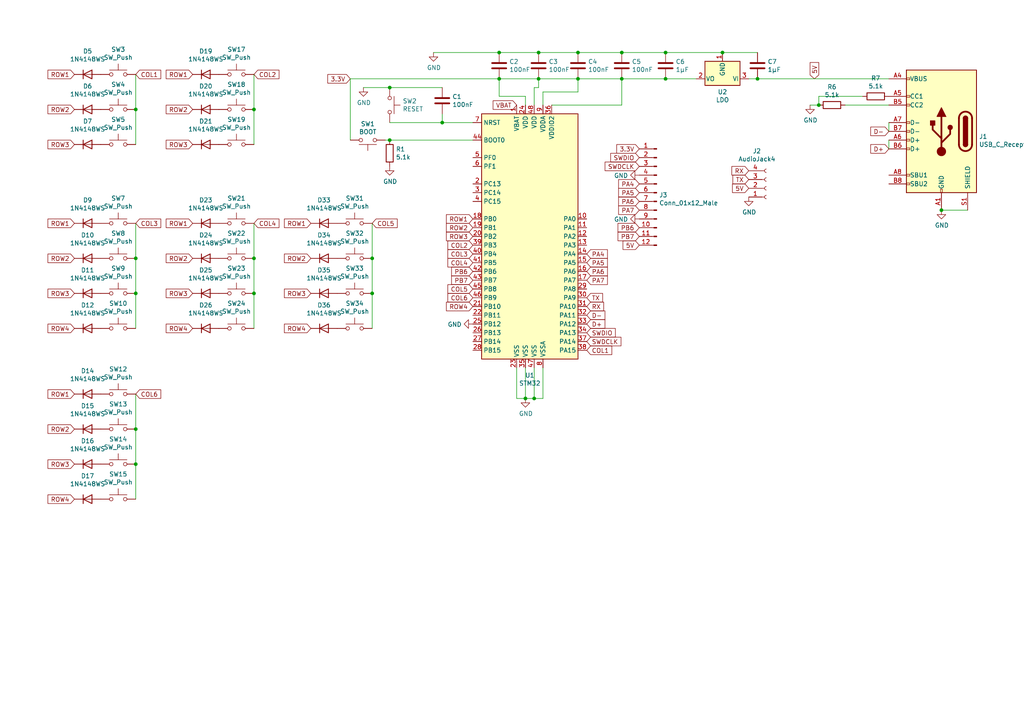
<source format=kicad_sch>
(kicad_sch (version 20211123) (generator eeschema)
  (paper "A4")
  (lib_symbols
    (symbol "Connector:Conn_01x04_Female" (pin_names (offset 1.016) hide)
      (property "Reference" "J" (at 0 5.08 0))
      (property "Value" "Conn_01x04_Female" (at 0 -7.62 0))
      (symbol "Conn_01x04_Female_1_1"
        (arc (start 0 -4.572) (mid -0.508 -5.08) (end 0 -5.588) (stroke (width 0.1524)))
        (arc (start 0 -2.032) (mid -0.508 -2.54) (end 0 -3.048) (stroke (width 0.1524)))
        (polyline (pts (xy -1.27 -5.08) (xy -0.508 -5.08)) (stroke (width 0.1524)))
        (polyline (pts (xy -1.27 -2.54) (xy -0.508 -2.54)) (stroke (width 0.1524)))
        (polyline (pts (xy -1.27 0) (xy -0.508 0)) (stroke (width 0.1524)))
        (polyline (pts (xy -1.27 2.54) (xy -0.508 2.54)) (stroke (width 0.1524)))
        (arc (start 0 0.508) (mid -0.508 0) (end 0 -0.508) (stroke (width 0.1524)))
        (arc (start 0 3.048) (mid -0.508 2.54) (end 0 2.032) (stroke (width 0.1524)))
        (pin passive line (at -5.08 2.54 0) (length 3.81) (name "Pin_1") (number "1"))
        (pin passive line (at -5.08 0 0) (length 3.81) (name "Pin_2") (number "2"))
        (pin passive line (at -5.08 -2.54 0) (length 3.81) (name "Pin_3") (number "3"))
        (pin passive line (at -5.08 -5.08 0) (length 3.81) (name "Pin_4") (number "4"))
      )
    )
    (symbol "Connector:Conn_01x12_Male" (pin_names (offset 1.016) hide)
      (property "Reference" "J" (at 0 15.24 0))
      (property "Value" "Conn_01x12_Male" (at 0 -17.78 0))
      (symbol "Conn_01x12_Male_1_1"
        (polyline (pts (xy 1.27 -15.24) (xy 0.8636 -15.24)) (stroke (width 0.1524)))
        (polyline (pts (xy 1.27 -12.7) (xy 0.8636 -12.7)) (stroke (width 0.1524)))
        (polyline (pts (xy 1.27 -10.16) (xy 0.8636 -10.16)) (stroke (width 0.1524)))
        (polyline (pts (xy 1.27 -7.62) (xy 0.8636 -7.62)) (stroke (width 0.1524)))
        (polyline (pts (xy 1.27 -5.08) (xy 0.8636 -5.08)) (stroke (width 0.1524)))
        (polyline (pts (xy 1.27 -2.54) (xy 0.8636 -2.54)) (stroke (width 0.1524)))
        (polyline (pts (xy 1.27 0) (xy 0.8636 0)) (stroke (width 0.1524)))
        (polyline (pts (xy 1.27 2.54) (xy 0.8636 2.54)) (stroke (width 0.1524)))
        (polyline (pts (xy 1.27 5.08) (xy 0.8636 5.08)) (stroke (width 0.1524)))
        (polyline (pts (xy 1.27 7.62) (xy 0.8636 7.62)) (stroke (width 0.1524)))
        (polyline (pts (xy 1.27 10.16) (xy 0.8636 10.16)) (stroke (width 0.1524)))
        (polyline (pts (xy 1.27 12.7) (xy 0.8636 12.7)) (stroke (width 0.1524)))
        (rectangle (start 0.8636 -15.113) (end 0 -15.367) (stroke (width 0.1524)) (fill (type outline)))
        (rectangle (start 0.8636 -12.573) (end 0 -12.827) (stroke (width 0.1524)) (fill (type outline)))
        (rectangle (start 0.8636 -10.033) (end 0 -10.287) (stroke (width 0.1524)) (fill (type outline)))
        (rectangle (start 0.8636 -7.493) (end 0 -7.747) (stroke (width 0.1524)) (fill (type outline)))
        (rectangle (start 0.8636 -4.953) (end 0 -5.207) (stroke (width 0.1524)) (fill (type outline)))
        (rectangle (start 0.8636 -2.413) (end 0 -2.667) (stroke (width 0.1524)) (fill (type outline)))
        (rectangle (start 0.8636 0.127) (end 0 -0.127) (stroke (width 0.1524)) (fill (type outline)))
        (rectangle (start 0.8636 2.667) (end 0 2.413) (stroke (width 0.1524)) (fill (type outline)))
        (rectangle (start 0.8636 5.207) (end 0 4.953) (stroke (width 0.1524)) (fill (type outline)))
        (rectangle (start 0.8636 7.747) (end 0 7.493) (stroke (width 0.1524)) (fill (type outline)))
        (rectangle (start 0.8636 10.287) (end 0 10.033) (stroke (width 0.1524)) (fill (type outline)))
        (rectangle (start 0.8636 12.827) (end 0 12.573) (stroke (width 0.1524)) (fill (type outline)))
        (pin passive line (at 5.08 12.7 180) (length 3.81) (name "Pin_1") (number "1"))
        (pin passive line (at 5.08 -10.16 180) (length 3.81) (name "Pin_10") (number "10"))
        (pin passive line (at 5.08 -12.7 180) (length 3.81) (name "Pin_11") (number "11"))
        (pin passive line (at 5.08 -15.24 180) (length 3.81) (name "Pin_12") (number "12"))
        (pin passive line (at 5.08 10.16 180) (length 3.81) (name "Pin_2") (number "2"))
        (pin passive line (at 5.08 7.62 180) (length 3.81) (name "Pin_3") (number "3"))
        (pin passive line (at 5.08 5.08 180) (length 3.81) (name "Pin_4") (number "4"))
        (pin passive line (at 5.08 2.54 180) (length 3.81) (name "Pin_5") (number "5"))
        (pin passive line (at 5.08 0 180) (length 3.81) (name "Pin_6") (number "6"))
        (pin passive line (at 5.08 -2.54 180) (length 3.81) (name "Pin_7") (number "7"))
        (pin passive line (at 5.08 -5.08 180) (length 3.81) (name "Pin_8") (number "8"))
        (pin passive line (at 5.08 -7.62 180) (length 3.81) (name "Pin_9") (number "9"))
      )
    )
    (symbol "Device:C" (pin_numbers hide) (pin_names (offset 0.254))
      (property "Reference" "C" (at 0.635 2.54 0))
      (property "Value" "C" (at 0.635 -2.54 0))
      (symbol "C_0_1"
        (polyline (pts (xy -2.032 -0.762) (xy 2.032 -0.762)) (stroke (width 0.508)))
        (polyline (pts (xy -2.032 0.762) (xy 2.032 0.762)) (stroke (width 0.508)))
      )
      (symbol "C_1_1"
        (pin passive line (at 0 3.81 270) (length 2.794) (name "~") (number "1"))
        (pin passive line (at 0 -3.81 90) (length 2.794) (name "~") (number "2"))
      )
    )
    (symbol "Device:R" (pin_numbers hide) (pin_names (offset 0))
      (property "Reference" "R" (at 2.032 0 90))
      (property "Value" "R" (at 0 0 90))
      (symbol "R_0_1"
        (rectangle (start -1.016 -2.54) (end 1.016 2.54) (stroke (width 0.254)))
      )
      (symbol "R_1_1"
        (pin passive line (at 0 3.81 270) (length 1.27) (name "~") (number "1"))
        (pin passive line (at 0 -3.81 90) (length 1.27) (name "~") (number "2"))
      )
    )
    (symbol "Diode:1N4148WS" (pin_numbers hide) (pin_names (offset 1.016) hide)
      (property "Reference" "D" (at 0 2.54 0))
      (property "Value" "1N4148WS" (at 0 -2.54 0))
      (symbol "1N4148WS_0_1"
        (polyline (pts (xy -1.27 1.27) (xy -1.27 -1.27)) (stroke (width 0.254)))
        (polyline (pts (xy 1.27 0) (xy -1.27 0)))
        (polyline (pts (xy 1.27 1.27) (xy 1.27 -1.27) (xy -1.27 0) (xy 1.27 1.27)) (stroke (width 0.254)))
      )
      (symbol "1N4148WS_1_1"
        (pin passive line (at -3.81 0 0) (length 2.54) (name "K") (number "1"))
        (pin passive line (at 3.81 0 180) (length 2.54) (name "A") (number "2"))
      )
    )
    (symbol "MCU_ST_STM32F0:STM32F072CBTx"
      (property "Reference" "U" (at -15.24 36.83 0))
      (property "Value" "STM32F072CBTx" (at 7.62 36.83 0))
      (symbol "STM32F072CBTx_0_1"
        (rectangle (start -15.24 -35.56) (end 12.7 35.56) (stroke (width 0.254)) (fill (type background)))
      )
      (symbol "STM32F072CBTx_1_1"
        (pin power_in line (at -5.08 38.1 270) (length 2.54) (name "VBAT") (number "1"))
        (pin bidirectional line (at 15.24 5.08 180) (length 2.54) (name "PA0") (number "10"))
        (pin bidirectional line (at 15.24 2.54 180) (length 2.54) (name "PA1") (number "11"))
        (pin bidirectional line (at 15.24 0 180) (length 2.54) (name "PA2") (number "12"))
        (pin bidirectional line (at 15.24 -2.54 180) (length 2.54) (name "PA3") (number "13"))
        (pin bidirectional line (at 15.24 -5.08 180) (length 2.54) (name "PA4") (number "14"))
        (pin bidirectional line (at 15.24 -7.62 180) (length 2.54) (name "PA5") (number "15"))
        (pin bidirectional line (at 15.24 -10.16 180) (length 2.54) (name "PA6") (number "16"))
        (pin bidirectional line (at 15.24 -12.7 180) (length 2.54) (name "PA7") (number "17"))
        (pin bidirectional line (at -17.78 5.08 0) (length 2.54) (name "PB0") (number "18"))
        (pin bidirectional line (at -17.78 2.54 0) (length 2.54) (name "PB1") (number "19"))
        (pin bidirectional line (at -17.78 15.24 0) (length 2.54) (name "PC13") (number "2"))
        (pin bidirectional line (at -17.78 0 0) (length 2.54) (name "PB2") (number "20"))
        (pin bidirectional line (at -17.78 -20.32 0) (length 2.54) (name "PB10") (number "21"))
        (pin bidirectional line (at -17.78 -22.86 0) (length 2.54) (name "PB11") (number "22"))
        (pin power_in line (at -5.08 -38.1 90) (length 2.54) (name "VSS") (number "23"))
        (pin power_in line (at -2.54 38.1 270) (length 2.54) (name "VDD") (number "24"))
        (pin bidirectional line (at -17.78 -25.4 0) (length 2.54) (name "PB12") (number "25"))
        (pin bidirectional line (at -17.78 -27.94 0) (length 2.54) (name "PB13") (number "26"))
        (pin bidirectional line (at -17.78 -30.48 0) (length 2.54) (name "PB14") (number "27"))
        (pin bidirectional line (at -17.78 -33.02 0) (length 2.54) (name "PB15") (number "28"))
        (pin bidirectional line (at 15.24 -15.24 180) (length 2.54) (name "PA8") (number "29"))
        (pin bidirectional line (at -17.78 12.7 0) (length 2.54) (name "PC14") (number "3"))
        (pin bidirectional line (at 15.24 -17.78 180) (length 2.54) (name "PA9") (number "30"))
        (pin bidirectional line (at 15.24 -20.32 180) (length 2.54) (name "PA10") (number "31"))
        (pin bidirectional line (at 15.24 -22.86 180) (length 2.54) (name "PA11") (number "32"))
        (pin bidirectional line (at 15.24 -25.4 180) (length 2.54) (name "PA12") (number "33"))
        (pin bidirectional line (at 15.24 -27.94 180) (length 2.54) (name "PA13") (number "34"))
        (pin power_in line (at -2.54 -38.1 90) (length 2.54) (name "VSS") (number "35"))
        (pin power_in line (at 5.08 38.1 270) (length 2.54) (name "VDDIO2") (number "36"))
        (pin bidirectional line (at 15.24 -30.48 180) (length 2.54) (name "PA14") (number "37"))
        (pin bidirectional line (at 15.24 -33.02 180) (length 2.54) (name "PA15") (number "38"))
        (pin bidirectional line (at -17.78 -2.54 0) (length 2.54) (name "PB3") (number "39"))
        (pin bidirectional line (at -17.78 10.16 0) (length 2.54) (name "PC15") (number "4"))
        (pin bidirectional line (at -17.78 -5.08 0) (length 2.54) (name "PB4") (number "40"))
        (pin bidirectional line (at -17.78 -7.62 0) (length 2.54) (name "PB5") (number "41"))
        (pin bidirectional line (at -17.78 -10.16 0) (length 2.54) (name "PB6") (number "42"))
        (pin bidirectional line (at -17.78 -12.7 0) (length 2.54) (name "PB7") (number "43"))
        (pin input line (at -17.78 27.94 0) (length 2.54) (name "BOOT0") (number "44"))
        (pin bidirectional line (at -17.78 -15.24 0) (length 2.54) (name "PB8") (number "45"))
        (pin bidirectional line (at -17.78 -17.78 0) (length 2.54) (name "PB9") (number "46"))
        (pin power_in line (at 0 -38.1 90) (length 2.54) (name "VSS") (number "47"))
        (pin power_in line (at 0 38.1 270) (length 2.54) (name "VDD") (number "48"))
        (pin input line (at -17.78 22.86 0) (length 2.54) (name "PF0") (number "5"))
        (pin input line (at -17.78 20.32 0) (length 2.54) (name "PF1") (number "6"))
        (pin input line (at -17.78 33.02 0) (length 2.54) (name "NRST") (number "7"))
        (pin power_in line (at 2.54 -38.1 90) (length 2.54) (name "VSSA") (number "8"))
        (pin power_in line (at 2.54 38.1 270) (length 2.54) (name "VDDA") (number "9"))
      )
    )
    (symbol "Regulator_Linear:MCP1703A-3302_SOT23" (pin_names (offset 0.254))
      (property "Reference" "U" (at -3.81 3.175 0))
      (property "Value" "MCP1703A-3302_SOT23" (at 0 3.175 0))
      (symbol "MCP1703A-3302_SOT23_0_1"
        (rectangle (start -5.08 -5.08) (end 5.08 1.905) (stroke (width 0.254)) (fill (type background)))
      )
      (symbol "MCP1703A-3302_SOT23_1_1"
        (pin power_in line (at 0 -7.62 90) (length 2.54) (name "GND") (number "1"))
        (pin power_out line (at 7.62 0 180) (length 2.54) (name "VO") (number "2"))
        (pin power_in line (at -7.62 0 0) (length 2.54) (name "VI") (number "3"))
      )
    )
    (symbol "Switch:SW_Push" (pin_numbers hide) (pin_names (offset 1.016) hide)
      (property "Reference" "SW" (at 1.27 2.54 0))
      (property "Value" "SW_Push" (at 0 -1.524 0))
      (symbol "SW_Push_0_1"
        (circle (center -2.032 0) (radius 0.508))
        (polyline (pts (xy 0 1.27) (xy 0 3.048)))
        (polyline (pts (xy 2.54 1.27) (xy -2.54 1.27)))
        (circle (center 2.032 0) (radius 0.508))
        (pin passive line (at -5.08 0 0) (length 2.54) (name "1") (number "1"))
        (pin passive line (at 5.08 0 180) (length 2.54) (name "2") (number "2"))
      )
    )
    (symbol "left-rescue:USB_C_Receptacle_USB2.0-Connector" (pin_names (offset 1.016))
      (property "Reference" "J" (at -10.16 19.05 0))
      (property "Value" "USB_C_Receptacle_USB2.0-Connector" (at 19.05 19.05 0))
      (symbol "USB_C_Receptacle_USB2.0-Connector_0_0"
        (rectangle (start -0.254 -17.78) (end 0.254 -16.764))
        (rectangle (start 10.16 -14.986) (end 9.144 -15.494))
        (rectangle (start 10.16 -12.446) (end 9.144 -12.954))
        (rectangle (start 10.16 -4.826) (end 9.144 -5.334))
        (rectangle (start 10.16 -2.286) (end 9.144 -2.794))
        (rectangle (start 10.16 0.254) (end 9.144 -0.254))
        (rectangle (start 10.16 2.794) (end 9.144 2.286))
        (rectangle (start 10.16 7.874) (end 9.144 7.366))
        (rectangle (start 10.16 10.414) (end 9.144 9.906))
        (rectangle (start 10.16 15.494) (end 9.144 14.986))
      )
      (symbol "USB_C_Receptacle_USB2.0-Connector_0_1"
        (rectangle (start -10.16 17.78) (end 10.16 -17.78) (stroke (width 0.254)) (fill (type background)))
        (arc (start -8.89 -3.81) (mid -6.985 -5.715) (end -5.08 -3.81) (stroke (width 0.508)))
        (arc (start -7.62 -3.81) (mid -6.985 -4.445) (end -6.35 -3.81) (stroke (width 0.254)))
        (arc (start -7.62 -3.81) (mid -6.985 -4.445) (end -6.35 -3.81) (stroke (width 0.254)) (fill (type outline)))
        (rectangle (start -7.62 -3.81) (end -6.35 3.81) (stroke (width 0.254)) (fill (type outline)))
        (arc (start -6.35 3.81) (mid -6.985 4.445) (end -7.62 3.81) (stroke (width 0.254)))
        (arc (start -6.35 3.81) (mid -6.985 4.445) (end -7.62 3.81) (stroke (width 0.254)) (fill (type outline)))
        (arc (start -5.08 3.81) (mid -6.985 5.715) (end -8.89 3.81) (stroke (width 0.508)))
        (circle (center -2.54 1.143) (radius 0.635) (stroke (width 0.254)) (fill (type outline)))
        (circle (center 0 -5.842) (radius 1.27) (fill (type outline)))
        (polyline (pts (xy -8.89 -3.81) (xy -8.89 3.81)) (stroke (width 0.508)))
        (polyline (pts (xy -5.08 3.81) (xy -5.08 -3.81)) (stroke (width 0.508)))
        (polyline (pts (xy 0 -5.842) (xy 0 4.318)) (stroke (width 0.508)))
        (polyline (pts (xy 0 -3.302) (xy -2.54 -0.762) (xy -2.54 0.508)) (stroke (width 0.508)))
        (polyline (pts (xy 0 -2.032) (xy 2.54 0.508) (xy 2.54 1.778)) (stroke (width 0.508)))
        (polyline (pts (xy -1.27 4.318) (xy 0 6.858) (xy 1.27 4.318) (xy -1.27 4.318)) (stroke (width 0.254)) (fill (type outline)))
        (rectangle (start 1.905 1.778) (end 3.175 3.048) (stroke (width 0.254)) (fill (type outline)))
      )
      (symbol "USB_C_Receptacle_USB2.0-Connector_1_1"
        (pin power_in line (at 0 -22.86 90) (length 5.08) (name "GND") (number "A1"))
        (pin passive line (at 0 -22.86 90) (length 5.08) hide (name "GND") (number "A12"))
        (pin power_in line (at 15.24 15.24 180) (length 5.08) (name "VBUS") (number "A4"))
        (pin bidirectional line (at 15.24 10.16 180) (length 5.08) (name "CC1") (number "A5"))
        (pin bidirectional line (at 15.24 -2.54 180) (length 5.08) (name "D+") (number "A6"))
        (pin bidirectional line (at 15.24 2.54 180) (length 5.08) (name "D-") (number "A7"))
        (pin bidirectional line (at 15.24 -12.7 180) (length 5.08) (name "SBU1") (number "A8"))
        (pin passive line (at 15.24 15.24 180) (length 5.08) hide (name "VBUS") (number "A9"))
        (pin passive line (at 0 -22.86 90) (length 5.08) hide (name "GND") (number "B1"))
        (pin passive line (at 0 -22.86 90) (length 5.08) hide (name "GND") (number "B12"))
        (pin passive line (at 15.24 15.24 180) (length 5.08) hide (name "VBUS") (number "B4"))
        (pin bidirectional line (at 15.24 7.62 180) (length 5.08) (name "CC2") (number "B5"))
        (pin bidirectional line (at 15.24 -5.08 180) (length 5.08) (name "D+") (number "B6"))
        (pin bidirectional line (at 15.24 0 180) (length 5.08) (name "D-") (number "B7"))
        (pin bidirectional line (at 15.24 -15.24 180) (length 5.08) (name "SBU2") (number "B8"))
        (pin passive line (at 15.24 15.24 180) (length 5.08) hide (name "VBUS") (number "B9"))
        (pin passive line (at -7.62 -22.86 90) (length 5.08) (name "SHIELD") (number "S1"))
      )
    )
    (symbol "power:GND" (power) (pin_names (offset 0))
      (property "Value" "GND" (at 0 -3.81 0))
      (symbol "GND_0_1"
        (polyline (pts (xy 0 0) (xy 0 -1.27) (xy 1.27 -1.27) (xy 0 -2.54) (xy -1.27 -1.27) (xy 0 -1.27)))
      )
      (symbol "GND_1_1"
        (pin power_in line (at 0 0 270) (length 0) hide (name "GND") (number "1"))
      )
    )
  )
  (junction (at 193.04 15.24))
  (junction (at 180.34 15.24))
  (junction (at 144.78 15.24))
  (junction (at 39.37 124.46))
  (junction (at 144.78 22.86))
  (junction (at 167.64 22.86))
  (junction (at 73.66 85.09))
  (junction (at 154.94 115.57))
  (junction (at 209.55 15.24))
  (junction (at 180.34 22.86))
  (junction (at 113.03 40.64))
  (junction (at 237.49 30.48))
  (junction (at 73.66 74.93))
  (junction (at 273.05 60.96))
  (junction (at 152.4 115.57))
  (junction (at 39.37 134.62))
  (junction (at 167.64 15.24))
  (junction (at 39.37 74.93))
  (junction (at 107.95 85.09))
  (junction (at 193.04 22.86))
  (junction (at 39.37 31.75))
  (junction (at 73.66 31.75))
  (junction (at 156.21 22.86))
  (junction (at 107.95 74.93))
  (junction (at 39.37 85.09))
  (junction (at 219.71 22.86))
  (junction (at 113.03 25.4))
  (junction (at 156.21 15.24))
  (junction (at 128.27 35.56))
  (wire (pts (xy 107.95 85.09) (xy 107.95 95.25)))
  (wire (pts (xy 156.21 22.86) (xy 167.64 22.86)))
  (wire (pts (xy 167.64 26.67) (xy 157.48 26.67)))
  (wire (pts (xy 167.64 22.86) (xy 180.34 22.86)))
  (wire (pts (xy 167.64 22.86) (xy 167.64 26.67)))
  (wire (pts (xy 128.27 35.56) (xy 128.27 33.02)))
  (wire (pts (xy 219.71 15.24) (xy 209.55 15.24)))
  (wire (pts (xy 157.48 26.67) (xy 157.48 30.48)))
  (wire (pts (xy 157.48 115.57) (xy 154.94 115.57)))
  (wire (pts (xy 193.04 22.86) (xy 201.93 22.86)))
  (wire (pts (xy 193.04 15.24) (xy 209.55 15.24)))
  (wire (pts (xy 39.37 64.77) (xy 39.37 74.93)))
  (wire (pts (xy 152.4 27.94) (xy 144.78 27.94)))
  (wire (pts (xy 149.86 115.57) (xy 152.4 115.57)))
  (wire (pts (xy 167.64 15.24) (xy 180.34 15.24)))
  (wire (pts (xy 154.94 25.4) (xy 156.21 25.4)))
  (wire (pts (xy 219.71 22.86) (xy 217.17 22.86)))
  (wire (pts (xy 39.37 74.93) (xy 39.37 85.09)))
  (wire (pts (xy 257.81 35.56) (xy 257.81 38.1)))
  (wire (pts (xy 160.02 30.48) (xy 180.34 30.48)))
  (wire (pts (xy 73.66 31.75) (xy 73.66 41.91)))
  (wire (pts (xy 137.16 35.56) (xy 128.27 35.56)))
  (wire (pts (xy 101.6 22.86) (xy 144.78 22.86)))
  (wire (pts (xy 73.66 85.09) (xy 73.66 95.25)))
  (wire (pts (xy 156.21 25.4) (xy 156.21 22.86)))
  (wire (pts (xy 107.95 74.93) (xy 107.95 85.09)))
  (wire (pts (xy 39.37 85.09) (xy 39.37 95.25)))
  (wire (pts (xy 39.37 134.62) (xy 39.37 144.78)))
  (wire (pts (xy 250.19 27.94) (xy 237.49 27.94)))
  (wire (pts (xy 234.95 30.48) (xy 237.49 30.48)))
  (wire (pts (xy 39.37 124.46) (xy 39.37 134.62)))
  (wire (pts (xy 156.21 15.24) (xy 167.64 15.24)))
  (wire (pts (xy 180.34 15.24) (xy 193.04 15.24)))
  (wire (pts (xy 73.66 74.93) (xy 73.66 85.09)))
  (wire (pts (xy 125.73 15.24) (xy 144.78 15.24)))
  (wire (pts (xy 39.37 31.75) (xy 39.37 41.91)))
  (wire (pts (xy 73.66 21.59) (xy 73.66 31.75)))
  (wire (pts (xy 257.81 22.86) (xy 219.71 22.86)))
  (wire (pts (xy 245.11 30.48) (xy 257.81 30.48)))
  (wire (pts (xy 180.34 30.48) (xy 180.34 22.86)))
  (wire (pts (xy 73.66 64.77) (xy 73.66 74.93)))
  (wire (pts (xy 152.4 30.48) (xy 152.4 27.94)))
  (wire (pts (xy 144.78 27.94) (xy 144.78 22.86)))
  (wire (pts (xy 39.37 114.3) (xy 39.37 124.46)))
  (wire (pts (xy 280.67 60.96) (xy 273.05 60.96)))
  (wire (pts (xy 180.34 22.86) (xy 193.04 22.86)))
  (wire (pts (xy 113.03 25.4) (xy 105.41 25.4)))
  (wire (pts (xy 144.78 15.24) (xy 156.21 15.24)))
  (wire (pts (xy 257.81 40.64) (xy 257.81 43.18)))
  (wire (pts (xy 113.03 35.56) (xy 128.27 35.56)))
  (wire (pts (xy 144.78 22.86) (xy 156.21 22.86)))
  (wire (pts (xy 107.95 64.77) (xy 107.95 74.93)))
  (wire (pts (xy 111.76 40.64) (xy 113.03 40.64)))
  (wire (pts (xy 101.6 40.64) (xy 101.6 22.86)))
  (wire (pts (xy 154.94 30.48) (xy 154.94 25.4)))
  (wire (pts (xy 237.49 27.94) (xy 237.49 30.48)))
  (wire (pts (xy 157.48 106.68) (xy 157.48 115.57)))
  (wire (pts (xy 149.86 106.68) (xy 149.86 115.57)))
  (wire (pts (xy 152.4 106.68) (xy 152.4 115.57)))
  (wire (pts (xy 154.94 115.57) (xy 152.4 115.57)))
  (wire (pts (xy 113.03 25.4) (xy 128.27 25.4)))
  (wire (pts (xy 154.94 106.68) (xy 154.94 115.57)))
  (wire (pts (xy 39.37 21.59) (xy 39.37 31.75)))
  (wire (pts (xy 113.03 40.64) (xy 137.16 40.64)))
  (global_label "PA4" (shape input) (at 170.18 73.66 0) (property "Intersheet References" "${INTERSHEET_REFS}" (effects hide)))
  (global_label "SWDCLK" (shape input) (at 170.18 99.06 0) (property "Intersheet References" "${INTERSHEET_REFS}" (effects hide)))
  (global_label "PA6" (shape input) (at 185.42 58.42 180) (property "Intersheet References" "${INTERSHEET_REFS}" (effects hide)))
  (global_label "COL5" (shape input) (at 107.95 64.77 0) (property "Intersheet References" "${INTERSHEET_REFS}" (effects hide)))
  (global_label "ROW1" (shape input) (at 21.59 114.3 180) (property "Intersheet References" "${INTERSHEET_REFS}" (effects hide)))
  (global_label "PA7" (shape input) (at 170.18 81.28 0) (property "Intersheet References" "${INTERSHEET_REFS}" (effects hide)))
  (global_label "TX" (shape input) (at 217.17 52.07 180) (property "Intersheet References" "${INTERSHEET_REFS}" (effects hide)))
  (global_label "COL2" (shape input) (at 73.66 21.59 0) (property "Intersheet References" "${INTERSHEET_REFS}" (effects hide)))
  (global_label "ROW2" (shape input) (at 90.17 74.93 180) (property "Intersheet References" "${INTERSHEET_REFS}" (effects hide)))
  (global_label "PA5" (shape input) (at 170.18 76.2 0) (property "Intersheet References" "${INTERSHEET_REFS}" (effects hide)))
  (global_label "PA7" (shape input) (at 185.42 60.96 180) (property "Intersheet References" "${INTERSHEET_REFS}" (effects hide)))
  (global_label "ROW1" (shape input) (at 55.88 64.77 180) (property "Intersheet References" "${INTERSHEET_REFS}" (effects hide)))
  (global_label "ROW2" (shape input) (at 21.59 31.75 180) (property "Intersheet References" "${INTERSHEET_REFS}" (effects hide)))
  (global_label "3.3V" (shape input) (at 185.42 43.18 180) (property "Intersheet References" "${INTERSHEET_REFS}" (effects hide)))
  (global_label "ROW3" (shape input) (at 137.16 68.58 180) (property "Intersheet References" "${INTERSHEET_REFS}" (effects hide)))
  (global_label "ROW3" (shape input) (at 90.17 85.09 180) (property "Intersheet References" "${INTERSHEET_REFS}" (effects hide)))
  (global_label "COL6" (shape input) (at 137.16 86.36 180) (property "Intersheet References" "${INTERSHEET_REFS}" (effects hide)))
  (global_label "5V" (shape input) (at 217.17 54.61 180) (property "Intersheet References" "${INTERSHEET_REFS}" (effects hide)))
  (global_label "SWDIO" (shape input) (at 170.18 96.52 0) (property "Intersheet References" "${INTERSHEET_REFS}" (effects hide)))
  (global_label "PA6" (shape input) (at 170.18 78.74 0) (property "Intersheet References" "${INTERSHEET_REFS}" (effects hide)))
  (global_label "COL2" (shape input) (at 137.16 71.12 180) (property "Intersheet References" "${INTERSHEET_REFS}" (effects hide)))
  (global_label "COL5" (shape input) (at 137.16 83.82 180) (property "Intersheet References" "${INTERSHEET_REFS}" (effects hide)))
  (global_label "RX" (shape input) (at 170.18 88.9 0) (property "Intersheet References" "${INTERSHEET_REFS}" (effects hide)))
  (global_label "ROW1" (shape input) (at 21.59 21.59 180) (property "Intersheet References" "${INTERSHEET_REFS}" (effects hide)))
  (global_label "COL3" (shape input) (at 39.37 64.77 0) (property "Intersheet References" "${INTERSHEET_REFS}" (effects hide)))
  (global_label "ROW4" (shape input) (at 90.17 95.25 180) (property "Intersheet References" "${INTERSHEET_REFS}" (effects hide)))
  (global_label "ROW3" (shape input) (at 21.59 134.62 180) (property "Intersheet References" "${INTERSHEET_REFS}" (effects hide)))
  (global_label "ROW2" (shape input) (at 55.88 74.93 180) (property "Intersheet References" "${INTERSHEET_REFS}" (effects hide)))
  (global_label "PA4" (shape input) (at 185.42 53.34 180) (property "Intersheet References" "${INTERSHEET_REFS}" (effects hide)))
  (global_label "ROW4" (shape input) (at 21.59 95.25 180) (property "Intersheet References" "${INTERSHEET_REFS}" (effects hide)))
  (global_label "ROW4" (shape input) (at 21.59 144.78 180) (property "Intersheet References" "${INTERSHEET_REFS}" (effects hide)))
  (global_label "COL4" (shape input) (at 73.66 64.77 0) (property "Intersheet References" "${INTERSHEET_REFS}" (effects hide)))
  (global_label "ROW3" (shape input) (at 21.59 41.91 180) (property "Intersheet References" "${INTERSHEET_REFS}" (effects hide)))
  (global_label "5V" (shape input) (at 236.22 22.86 90) (property "Intersheet References" "${INTERSHEET_REFS}" (effects hide)))
  (global_label "RX" (shape input) (at 217.17 49.53 180) (property "Intersheet References" "${INTERSHEET_REFS}" (effects hide)))
  (global_label "ROW2" (shape input) (at 21.59 124.46 180) (property "Intersheet References" "${INTERSHEET_REFS}" (effects hide)))
  (global_label "SWDCLK" (shape input) (at 185.42 48.26 180) (property "Intersheet References" "${INTERSHEET_REFS}" (effects hide)))
  (global_label "D-" (shape input) (at 257.81 38.1 180) (property "Intersheet References" "${INTERSHEET_REFS}" (effects hide)))
  (global_label "ROW1" (shape input) (at 137.16 63.5 180) (property "Intersheet References" "${INTERSHEET_REFS}" (effects hide)))
  (global_label "PB6" (shape input) (at 185.42 66.04 180) (property "Intersheet References" "${INTERSHEET_REFS}" (effects hide)))
  (global_label "SWDIO" (shape input) (at 185.42 45.72 180) (property "Intersheet References" "${INTERSHEET_REFS}" (effects hide)))
  (global_label "ROW2" (shape input) (at 137.16 66.04 180) (property "Intersheet References" "${INTERSHEET_REFS}" (effects hide)))
  (global_label "D+" (shape input) (at 257.81 43.18 180) (property "Intersheet References" "${INTERSHEET_REFS}" (effects hide)))
  (global_label "VBAT" (shape input) (at 149.86 30.48 180) (property "Intersheet References" "${INTERSHEET_REFS}" (effects hide)))
  (global_label "ROW4" (shape input) (at 137.16 88.9 180) (property "Intersheet References" "${INTERSHEET_REFS}" (effects hide)))
  (global_label "COL3" (shape input) (at 137.16 73.66 180) (property "Intersheet References" "${INTERSHEET_REFS}" (effects hide)))
  (global_label "PA5" (shape input) (at 185.42 55.88 180) (property "Intersheet References" "${INTERSHEET_REFS}" (effects hide)))
  (global_label "ROW1" (shape input) (at 55.88 21.59 180) (property "Intersheet References" "${INTERSHEET_REFS}" (effects hide)))
  (global_label "ROW1" (shape input) (at 21.59 64.77 180) (property "Intersheet References" "${INTERSHEET_REFS}" (effects hide)))
  (global_label "PB7" (shape input) (at 185.42 68.58 180) (property "Intersheet References" "${INTERSHEET_REFS}" (effects hide)))
  (global_label "ROW2" (shape input) (at 55.88 31.75 180) (property "Intersheet References" "${INTERSHEET_REFS}" (effects hide)))
  (global_label "COL1" (shape input) (at 170.18 101.6 0) (property "Intersheet References" "${INTERSHEET_REFS}" (effects hide)))
  (global_label "COL6" (shape input) (at 39.37 114.3 0) (property "Intersheet References" "${INTERSHEET_REFS}" (effects hide)))
  (global_label "PB6" (shape input) (at 137.16 78.74 180) (property "Intersheet References" "${INTERSHEET_REFS}" (effects hide)))
  (global_label "ROW1" (shape input) (at 90.17 64.77 180) (property "Intersheet References" "${INTERSHEET_REFS}" (effects hide)))
  (global_label "D-" (shape input) (at 170.18 91.44 0) (property "Intersheet References" "${INTERSHEET_REFS}" (effects hide)))
  (global_label "ROW3" (shape input) (at 21.59 85.09 180) (property "Intersheet References" "${INTERSHEET_REFS}" (effects hide)))
  (global_label "TX" (shape input) (at 170.18 86.36 0) (property "Intersheet References" "${INTERSHEET_REFS}" (effects hide)))
  (global_label "PB7" (shape input) (at 137.16 81.28 180) (property "Intersheet References" "${INTERSHEET_REFS}" (effects hide)))
  (global_label "ROW3" (shape input) (at 55.88 41.91 180) (property "Intersheet References" "${INTERSHEET_REFS}" (effects hide)))
  (global_label "ROW2" (shape input) (at 21.59 74.93 180) (property "Intersheet References" "${INTERSHEET_REFS}" (effects hide)))
  (global_label "COL1" (shape input) (at 39.37 21.59 0) (property "Intersheet References" "${INTERSHEET_REFS}" (effects hide)))
  (global_label "COL4" (shape input) (at 137.16 76.2 180) (property "Intersheet References" "${INTERSHEET_REFS}" (effects hide)))
  (global_label "ROW3" (shape input) (at 55.88 85.09 180) (property "Intersheet References" "${INTERSHEET_REFS}" (effects hide)))
  (global_label "D+" (shape input) (at 170.18 93.98 0) (property "Intersheet References" "${INTERSHEET_REFS}" (effects hide)))
  (global_label "3.3V" (shape input) (at 101.6 22.86 180) (property "Intersheet References" "${INTERSHEET_REFS}" (effects hide)))
  (global_label "ROW4" (shape input) (at 55.88 95.25 180) (property "Intersheet References" "${INTERSHEET_REFS}" (effects hide)))
  (global_label "5V" (shape input) (at 185.42 71.12 180) (property "Intersheet References" "${INTERSHEET_REFS}" (effects hide)))
  (symbol (lib_id "MCU_ST_STM32F0:STM32F072CBTx") (at 154.94 68.58 0) (unit 1)
    (property "Reference" "U1" (at 153.67 108.8644 0))
    (property "Value" "STM32" (at 153.67 111.1758 0))
    (property "Datasheet" "http://www.st.com/st-web-ui/static/active/en/resource/technical/document/datasheet/DM00090510.pdf" (effects hide))
    (property "LCSC" "C80488" (effects hide))
  )
  (symbol (lib_id "Device:C") (at 144.78 19.05 0) (unit 1)
    (property "Reference" "C2" (at 147.701 17.8816 0) (effects (justify left)))
    (property "Value" "100nF" (at 147.701 20.193 0) (effects (justify left)))
    (property "LCSC" "C60474" (effects hide))
  )
  (symbol (lib_id "Device:C") (at 156.21 19.05 0) (unit 1)
    (property "Reference" "C3" (at 159.131 17.8816 0) (effects (justify left)))
    (property "Value" "100nF" (at 159.131 20.193 0) (effects (justify left)))
    (property "LCSC" "C60474" (effects hide))
  )
  (symbol (lib_id "Device:C") (at 167.64 19.05 0) (unit 1)
    (property "Reference" "C4" (at 170.561 17.8816 0) (effects (justify left)))
    (property "Value" "100nF" (at 170.561 20.193 0) (effects (justify left)))
    (property "LCSC" "C60474" (effects hide))
  )
  (symbol (lib_id "Device:C") (at 180.34 19.05 0) (unit 1)
    (property "Reference" "C5" (at 183.261 17.8816 0) (effects (justify left)))
    (property "Value" "100nF" (at 183.261 20.193 0) (effects (justify left)))
    (property "LCSC" "C60474" (effects hide))
  )
  (symbol (lib_id "Device:C") (at 219.71 19.05 0) (unit 1)
    (property "Reference" "C7" (at 222.631 17.8816 0) (effects (justify left)))
    (property "Value" "1µF" (at 222.631 20.193 0) (effects (justify left)))
    (property "LCSC" "C282732" (effects hide))
  )
  (symbol (lib_id "power:GND") (at 152.4 115.57 0) (unit 1)
    (property "Reference" "#PWR0101" (effects hide))
    (property "Value" "GND" (at 152.527 119.9642 0))
  )
  (symbol (lib_id "power:GND") (at 125.73 15.24 0) (unit 1)
    (property "Reference" "#PWR0102" (effects hide))
    (property "Value" "GND" (at 125.857 19.6342 0))
  )
  (symbol (lib_id "Device:C") (at 128.27 29.21 0) (unit 1)
    (property "Reference" "C1" (at 131.191 28.0416 0) (effects (justify left)))
    (property "Value" "100nF" (at 131.191 30.353 0) (effects (justify left)))
    (property "LCSC" "C60474" (effects hide))
  )
  (symbol (lib_id "Switch:SW_Push") (at 113.03 30.48 270) (unit 1)
    (property "Reference" "SW2" (at 116.7892 29.3116 90) (effects (justify left)))
    (property "Value" "RESET" (at 116.7892 31.623 90) (effects (justify left)))
    (property "LCSC" "C720381" (effects hide))
  )
  (symbol (lib_id "power:GND") (at 105.41 25.4 0) (unit 1)
    (property "Reference" "#PWR0103" (effects hide))
    (property "Value" "GND" (at 105.537 29.7942 0))
  )
  (symbol (lib_id "Switch:SW_Push") (at 106.68 40.64 180) (unit 1)
    (property "Reference" "SW1" (at 106.68 35.941 0))
    (property "Value" "BOOT" (at 106.68 38.2524 0))
    (property "LCSC" "C720381" (effects hide))
  )
  (symbol (lib_id "Device:R") (at 113.03 44.45 0) (unit 1)
    (property "Reference" "R1" (at 114.808 43.2816 0) (effects (justify left)))
    (property "Value" "5.1k" (at 114.808 45.593 0) (effects (justify left)))
    (property "LCSC" "C269748" (effects hide))
  )
  (symbol (lib_id "power:GND") (at 113.03 48.26 0) (unit 1)
    (property "Reference" "#PWR0104" (effects hide))
    (property "Value" "GND" (at 113.157 52.6542 0))
  )
  (symbol (lib_id "Regulator_Linear:MCP1703A-3302_SOT23") (at 209.55 22.86 180) (unit 1)
    (property "Reference" "U2" (at 209.55 26.67 0))
    (property "Value" "LDO" (at 209.55 28.9814 0))
    (property "Datasheet" "http://www.ti.com/lit/ds/symlink/lm3480.pdf" (effects hide))
    (property "LCSC" "C347376" (effects hide))
  )
  (symbol (lib_id "power:GND") (at 273.05 60.96 0) (unit 1)
    (property "Reference" "#PWR0105" (effects hide))
    (property "Value" "GND" (at 273.177 65.3542 0))
  )
  (symbol (lib_id "Device:R") (at 254 27.94 270) (unit 1)
    (property "Reference" "R7" (at 254 22.6822 90))
    (property "Value" "5.1k" (at 254 24.9936 90))
    (property "LCSC" "C269748" (effects hide))
  )
  (symbol (lib_id "Device:R") (at 241.3 30.48 270) (mirror x) (unit 1)
    (property "Reference" "R6" (at 241.3 25.2222 90))
    (property "Value" "5.1k" (at 241.3 27.5336 90))
    (property "LCSC" "C269748" (effects hide))
  )
  (symbol (lib_id "power:GND") (at 234.95 30.48 0) (unit 1)
    (property "Reference" "#PWR0106" (effects hide))
    (property "Value" "GND" (at 235.077 34.8742 0))
  )
  (symbol (lib_id "Device:C") (at 193.04 19.05 0) (unit 1)
    (property "Reference" "C6" (at 195.961 17.8816 0) (effects (justify left)))
    (property "Value" "1µF" (at 195.961 20.193 0) (effects (justify left)))
    (property "LCSC" "C282732" (effects hide))
  )
  (symbol (lib_id "Diode:1N4148WS") (at 25.4 85.09 0) (unit 1)
    (property "Reference" "D11" (at 25.4 78.359 0))
    (property "Value" "1N4148WS" (at 25.4 80.6704 0))
    (property "Footprint" "Diode_SMD:D_SOD-323_HandSoldering" (effects hide))
    (property "LCSC" "C908249" (effects hide))
  )
  (symbol (lib_id "Switch:SW_Push") (at 34.29 85.09 0) (unit 1)
    (property "Reference" "SW9" (at 34.29 77.851 0))
    (property "Value" "SW_Push" (at 34.29 80.1624 0))
  )
  (symbol (lib_id "Diode:1N4148WS") (at 25.4 95.25 0) (unit 1)
    (property "Reference" "D12" (at 25.4 88.519 0))
    (property "Value" "1N4148WS" (at 25.4 90.8304 0))
    (property "Footprint" "Diode_SMD:D_SOD-323_HandSoldering" (effects hide))
    (property "LCSC" "C908249" (effects hide))
  )
  (symbol (lib_id "Switch:SW_Push") (at 34.29 95.25 0) (unit 1)
    (property "Reference" "SW10" (at 34.29 88.011 0))
    (property "Value" "SW_Push" (at 34.29 90.3224 0))
  )
  (symbol (lib_id "Diode:1N4148WS") (at 25.4 74.93 0) (unit 1)
    (property "Reference" "D10" (at 25.4 68.199 0))
    (property "Value" "1N4148WS" (at 25.4 70.5104 0))
    (property "Footprint" "Diode_SMD:D_SOD-323_HandSoldering" (effects hide))
    (property "LCSC" "C908249" (effects hide))
  )
  (symbol (lib_id "Switch:SW_Push") (at 34.29 74.93 0) (unit 1)
    (property "Reference" "SW8" (at 34.29 67.691 0))
    (property "Value" "SW_Push" (at 34.29 70.0024 0))
  )
  (symbol (lib_id "Diode:1N4148WS") (at 25.4 64.77 0) (unit 1)
    (property "Reference" "D9" (at 25.4 58.039 0))
    (property "Value" "1N4148WS" (at 25.4 60.3504 0))
    (property "Footprint" "Diode_SMD:D_SOD-323_HandSoldering" (effects hide))
    (property "LCSC" "C908249" (effects hide))
  )
  (symbol (lib_id "Switch:SW_Push") (at 34.29 64.77 0) (unit 1)
    (property "Reference" "SW7" (at 34.29 57.531 0))
    (property "Value" "SW_Push" (at 34.29 59.8424 0))
  )
  (symbol (lib_id "Diode:1N4148WS") (at 59.69 85.09 0) (unit 1)
    (property "Reference" "D25" (at 59.69 78.359 0))
    (property "Value" "1N4148WS" (at 59.69 80.6704 0))
    (property "Footprint" "Diode_SMD:D_SOD-323_HandSoldering" (effects hide))
    (property "LCSC" "C908249" (effects hide))
  )
  (symbol (lib_id "Switch:SW_Push") (at 68.58 85.09 0) (unit 1)
    (property "Reference" "SW23" (at 68.58 77.851 0))
    (property "Value" "SW_Push" (at 68.58 80.1624 0))
  )
  (symbol (lib_id "Diode:1N4148WS") (at 59.69 95.25 0) (unit 1)
    (property "Reference" "D26" (at 59.69 88.519 0))
    (property "Value" "1N4148WS" (at 59.69 90.8304 0))
    (property "Footprint" "Diode_SMD:D_SOD-323_HandSoldering" (effects hide))
    (property "LCSC" "C908249" (effects hide))
  )
  (symbol (lib_id "Switch:SW_Push") (at 68.58 95.25 0) (unit 1)
    (property "Reference" "SW24" (at 68.58 88.011 0))
    (property "Value" "SW_Push" (at 68.58 90.3224 0))
  )
  (symbol (lib_id "Diode:1N4148WS") (at 59.69 74.93 0) (unit 1)
    (property "Reference" "D24" (at 59.69 68.199 0))
    (property "Value" "1N4148WS" (at 59.69 70.5104 0))
    (property "Footprint" "Diode_SMD:D_SOD-323_HandSoldering" (effects hide))
    (property "LCSC" "C908249" (effects hide))
  )
  (symbol (lib_id "Switch:SW_Push") (at 68.58 74.93 0) (unit 1)
    (property "Reference" "SW22" (at 68.58 67.691 0))
    (property "Value" "SW_Push" (at 68.58 70.0024 0))
  )
  (symbol (lib_id "Diode:1N4148WS") (at 59.69 64.77 0) (unit 1)
    (property "Reference" "D23" (at 59.69 58.039 0))
    (property "Value" "1N4148WS" (at 59.69 60.3504 0))
    (property "Footprint" "Diode_SMD:D_SOD-323_HandSoldering" (effects hide))
    (property "LCSC" "C908249" (effects hide))
  )
  (symbol (lib_id "Switch:SW_Push") (at 68.58 64.77 0) (unit 1)
    (property "Reference" "SW21" (at 68.58 57.531 0))
    (property "Value" "SW_Push" (at 68.58 59.8424 0))
  )
  (symbol (lib_id "Diode:1N4148WS") (at 93.98 85.09 0) (unit 1)
    (property "Reference" "D35" (at 93.98 78.359 0))
    (property "Value" "1N4148WS" (at 93.98 80.6704 0))
    (property "Footprint" "Diode_SMD:D_SOD-323_HandSoldering" (effects hide))
    (property "LCSC" "C908249" (effects hide))
  )
  (symbol (lib_id "Switch:SW_Push") (at 102.87 85.09 0) (unit 1)
    (property "Reference" "SW33" (at 102.87 77.851 0))
    (property "Value" "SW_Push" (at 102.87 80.1624 0))
  )
  (symbol (lib_id "Diode:1N4148WS") (at 93.98 95.25 0) (unit 1)
    (property "Reference" "D36" (at 93.98 88.519 0))
    (property "Value" "1N4148WS" (at 93.98 90.8304 0))
    (property "Footprint" "Diode_SMD:D_SOD-323_HandSoldering" (effects hide))
    (property "LCSC" "C908249" (effects hide))
  )
  (symbol (lib_id "Switch:SW_Push") (at 102.87 95.25 0) (unit 1)
    (property "Reference" "SW34" (at 102.87 88.011 0))
    (property "Value" "SW_Push" (at 102.87 90.3224 0))
  )
  (symbol (lib_id "Diode:1N4148WS") (at 93.98 74.93 0) (unit 1)
    (property "Reference" "D34" (at 93.98 68.199 0))
    (property "Value" "1N4148WS" (at 93.98 70.5104 0))
    (property "Footprint" "Diode_SMD:D_SOD-323_HandSoldering" (effects hide))
    (property "LCSC" "C908249" (effects hide))
  )
  (symbol (lib_id "Switch:SW_Push") (at 102.87 74.93 0) (unit 1)
    (property "Reference" "SW32" (at 102.87 67.691 0))
    (property "Value" "SW_Push" (at 102.87 70.0024 0))
  )
  (symbol (lib_id "Diode:1N4148WS") (at 93.98 64.77 0) (unit 1)
    (property "Reference" "D33" (at 93.98 58.039 0))
    (property "Value" "1N4148WS" (at 93.98 60.3504 0))
    (property "Footprint" "Diode_SMD:D_SOD-323_HandSoldering" (effects hide))
    (property "LCSC" "C908249" (effects hide))
  )
  (symbol (lib_id "Switch:SW_Push") (at 102.87 64.77 0) (unit 1)
    (property "Reference" "SW31" (at 102.87 57.531 0))
    (property "Value" "SW_Push" (at 102.87 59.8424 0))
  )
  (symbol (lib_id "Diode:1N4148WS") (at 25.4 41.91 0) (unit 1)
    (property "Reference" "D7" (at 25.4 35.179 0))
    (property "Value" "1N4148WS" (at 25.4 37.4904 0))
    (property "Footprint" "Diode_SMD:D_SOD-323_HandSoldering" (effects hide))
    (property "LCSC" "C908249" (effects hide))
  )
  (symbol (lib_id "Switch:SW_Push") (at 34.29 41.91 0) (unit 1)
    (property "Reference" "SW5" (at 34.29 34.671 0))
    (property "Value" "SW_Push" (at 34.29 36.9824 0))
  )
  (symbol (lib_id "Diode:1N4148WS") (at 25.4 31.75 0) (unit 1)
    (property "Reference" "D6" (at 25.4 25.019 0))
    (property "Value" "1N4148WS" (at 25.4 27.3304 0))
    (property "Footprint" "Diode_SMD:D_SOD-323_HandSoldering" (effects hide))
    (property "LCSC" "C908249" (effects hide))
  )
  (symbol (lib_id "Switch:SW_Push") (at 34.29 31.75 0) (unit 1)
    (property "Reference" "SW4" (at 34.29 24.511 0))
    (property "Value" "SW_Push" (at 34.29 26.8224 0))
  )
  (symbol (lib_id "Diode:1N4148WS") (at 25.4 21.59 0) (unit 1)
    (property "Reference" "D5" (at 25.4 14.859 0))
    (property "Value" "1N4148WS" (at 25.4 17.1704 0))
    (property "Footprint" "Diode_SMD:D_SOD-323_HandSoldering" (effects hide))
    (property "LCSC" "C908249" (effects hide))
  )
  (symbol (lib_id "Switch:SW_Push") (at 34.29 21.59 0) (unit 1)
    (property "Reference" "SW3" (at 34.29 14.351 0))
    (property "Value" "SW_Push" (at 34.29 16.6624 0))
  )
  (symbol (lib_id "Diode:1N4148WS") (at 59.69 41.91 0) (unit 1)
    (property "Reference" "D21" (at 59.69 35.179 0))
    (property "Value" "1N4148WS" (at 59.69 37.4904 0))
    (property "Footprint" "Diode_SMD:D_SOD-323_HandSoldering" (effects hide))
    (property "LCSC" "C908249" (effects hide))
  )
  (symbol (lib_id "Switch:SW_Push") (at 68.58 41.91 0) (unit 1)
    (property "Reference" "SW19" (at 68.58 34.671 0))
    (property "Value" "SW_Push" (at 68.58 36.9824 0))
  )
  (symbol (lib_id "Diode:1N4148WS") (at 59.69 31.75 0) (unit 1)
    (property "Reference" "D20" (at 59.69 25.019 0))
    (property "Value" "1N4148WS" (at 59.69 27.3304 0))
    (property "Footprint" "Diode_SMD:D_SOD-323_HandSoldering" (effects hide))
    (property "LCSC" "C908249" (effects hide))
  )
  (symbol (lib_id "Switch:SW_Push") (at 68.58 31.75 0) (unit 1)
    (property "Reference" "SW18" (at 68.58 24.511 0))
    (property "Value" "SW_Push" (at 68.58 26.8224 0))
  )
  (symbol (lib_id "Diode:1N4148WS") (at 59.69 21.59 0) (unit 1)
    (property "Reference" "D19" (at 59.69 14.859 0))
    (property "Value" "1N4148WS" (at 59.69 17.1704 0))
    (property "Footprint" "Diode_SMD:D_SOD-323_HandSoldering" (effects hide))
    (property "LCSC" "C908249" (effects hide))
  )
  (symbol (lib_id "Switch:SW_Push") (at 68.58 21.59 0) (unit 1)
    (property "Reference" "SW17" (at 68.58 14.351 0))
    (property "Value" "SW_Push" (at 68.58 16.6624 0))
  )
  (symbol (lib_id "Diode:1N4148WS") (at 25.4 134.62 0) (unit 1)
    (property "Reference" "D16" (at 25.4 127.889 0))
    (property "Value" "1N4148WS" (at 25.4 130.2004 0))
    (property "Footprint" "Diode_SMD:D_SOD-323_HandSoldering" (effects hide))
    (property "LCSC" "C908249" (effects hide))
  )
  (symbol (lib_id "Switch:SW_Push") (at 34.29 134.62 0) (unit 1)
    (property "Reference" "SW14" (at 34.29 127.381 0))
    (property "Value" "SW_Push" (at 34.29 129.6924 0))
  )
  (symbol (lib_id "Diode:1N4148WS") (at 25.4 144.78 0) (unit 1)
    (property "Reference" "D17" (at 25.4 138.049 0))
    (property "Value" "1N4148WS" (at 25.4 140.3604 0))
    (property "Footprint" "Diode_SMD:D_SOD-323_HandSoldering" (effects hide))
    (property "LCSC" "C908249" (effects hide))
  )
  (symbol (lib_id "Switch:SW_Push") (at 34.29 144.78 0) (unit 1)
    (property "Reference" "SW15" (at 34.29 137.541 0))
    (property "Value" "SW_Push" (at 34.29 139.8524 0))
  )
  (symbol (lib_id "Diode:1N4148WS") (at 25.4 124.46 0) (unit 1)
    (property "Reference" "D15" (at 25.4 117.729 0))
    (property "Value" "1N4148WS" (at 25.4 120.0404 0))
    (property "Footprint" "Diode_SMD:D_SOD-323_HandSoldering" (effects hide))
    (property "LCSC" "C908249" (effects hide))
  )
  (symbol (lib_id "Switch:SW_Push") (at 34.29 124.46 0) (unit 1)
    (property "Reference" "SW13" (at 34.29 117.221 0))
    (property "Value" "SW_Push" (at 34.29 119.5324 0))
  )
  (symbol (lib_id "Diode:1N4148WS") (at 25.4 114.3 0) (unit 1)
    (property "Reference" "D14" (at 25.4 107.569 0))
    (property "Value" "1N4148WS" (at 25.4 109.8804 0))
    (property "Footprint" "Diode_SMD:D_SOD-323_HandSoldering" (effects hide))
    (property "LCSC" "C908249" (effects hide))
  )
  (symbol (lib_id "Switch:SW_Push") (at 34.29 114.3 0) (unit 1)
    (property "Reference" "SW12" (at 34.29 107.061 0))
    (property "Value" "SW_Push" (at 34.29 109.3724 0))
  )
  (symbol (lib_id "left-rescue:USB_C_Receptacle_USB2.0-Connector") (at 273.05 38.1 0) (mirror y) (unit 1)
    (property "Reference" "J1" (at 283.972 39.5986 0) (effects (justify right)))
    (property "Value" "USB_C_Receptacle_USB2.0" (at 283.972 41.91 0) (effects (justify right)))
    (property "Datasheet" "https://www.usb.org/sites/default/files/documents/usb_type-c.zip" (effects hide))
    (property "LCSC" "C136423" (effects hide))
  )
  (symbol (lib_id "power:GND") (at 217.17 57.15 0) (unit 1)
    (property "Reference" "#PWR0107" (effects hide))
    (property "Value" "GND" (at 217.297 61.5442 0))
  )
  (symbol (lib_id "Connector:Conn_01x04_Female") (at 222.25 54.61 0) (mirror x) (unit 1)
    (property "Reference" "J2" (at 219.5322 43.815 0))
    (property "Value" "AudioJack4" (at 219.5322 46.1264 0))
  )
  (symbol (lib_id "power:GND") (at 185.42 50.8 270) (unit 1)
    (property "Reference" "#PWR0108" (effects hide))
    (property "Value" "GND" (at 182.1688 50.927 90) (effects (justify right)))
  )
  (symbol (lib_id "Connector:Conn_01x12_Male") (at 190.5 55.88 0) (mirror y) (unit 1)
    (property "Reference" "J3" (at 191.1858 56.5658 0) (effects (justify right)))
    (property "Value" "Conn_01x12_Male" (at 191.1858 58.8772 0) (effects (justify right)))
  )
  (symbol (lib_id "power:GND") (at 185.42 63.5 270) (unit 1)
    (property "Reference" "#PWR0109" (effects hide))
    (property "Value" "GND" (at 182.1688 63.627 90) (effects (justify right)))
  )
  (symbol (lib_id "power:GND") (at 137.16 93.98 270) (unit 1)
    (property "Reference" "#PWR0110" (effects hide))
    (property "Value" "GND" (at 133.9088 94.107 90) (effects (justify right)))
  )
)
</source>
